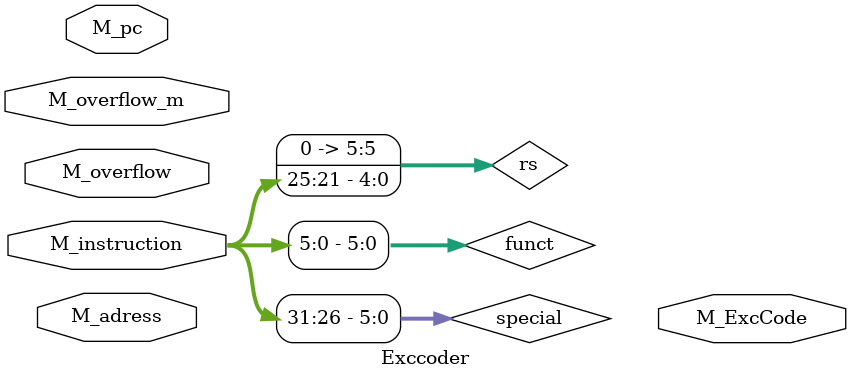
<source format=v>
`timescale 1ns / 1ps
`define R 6'b000000//special
`define ORI 6'b001101
`define LUI  6'b001111
`define LW 6'b100011
`define SW 6'b101011
`define BEQ 6'b000100
`define JAL 6'b000011
`define BNE 6'b000101
`define ADDI 6'b001000
`define ANDI 6'b001100
`define LB 6'b100000
`define LH 6'b100001
`define SB 6'b101000
`define SH 6'b101001
`define COP0 6'b010000

`define ADD_FUN 6'b100000 //funct
`define SUB_FUN 6'b100010
`define JR_FUN 6'b001000
`define OR_FUN 6'b100101
`define SLT_FUN 6'b101010
`define SLTU_FUN 6'b101011
`define AND_FUN 6'b100100
`define MULT_FUN 6'b011000
`define DIV_FUN 6'b011010
`define MULTU_FUN 6'b011001
`define DIVU_FUN 6'b011011
`define MFHI_FUN 6'b010000
`define MFLO_FUN 6'b010010
`define MTHI_FUN 6'b010001
`define MTLO_FUN 6'b010011
`define SYSCALL_FUN 6'b001100
`define ERET_FUN 6'b011000

`define MFC0_RS 5'b00000
`define MTC0_RS 5'b00100
module Exccoder(
	 input [31:0] M_pc,
    input [31:0] M_instruction,
    input [31:0] M_adress,
    input M_overflow,
    input M_overflow_m,
    output [4:0] M_ExcCode
    );

	wire [5:0] special;
	 wire [5:0] funct;
	 wire [5:0] rs;
	 assign special=M_instruction[31:26];
	 assign rs=M_instruction[25:21];
	 assign funct=M_instruction[5:0];
	 
	wire add,sub,ori,lui,lw,sw,beq,jal,orr,slt,sltu,bne,addi,andr,andi,lb,lh,sb,sh,mult,multu,div,divu,mfhi,mflo,mthi,mtlo,syscall,mfc0,mtc0,eret;
	 assign add=(special==`R&&funct==`ADD_FUN);
	 assign sub=(special==`R&&funct==`SUB_FUN);
	 assign ori=(special==`ORI);
	 assign lui=(special==`LUI);
	 assign lw=(special==`LW);
	 assign sw=(special==`SW);
	 assign beq=(special==`BEQ);
	 assign jal=(special==`JAL);
	 assign jr=(special==`R&&funct==`JR_FUN);
	 assign orr=(special==`R&&funct==`OR_FUN);
	 assign slt=(special==`R&&funct==`SLT_FUN);
	 assign sltu=(special==`R&&funct==`SLTU_FUN);
	 assign bne=(special==`BNE);
	 assign addi=(special==`ADDI);
	 assign andr=(special==`R&&funct==`AND_FUN);
	 assign andi=(special==`ANDI);
	 assign lb=(special==`LB);
	 assign lh=(special==`LH);
	 assign sb=(special==`SB);
	 assign sh=(special==`SH);
	  assign mult=(special==`R&&funct==`MULT_FUN);
	 assign div=(special==`R&&funct==`DIV_FUN);
	 assign multu=(special==`R&&funct==`MULTU_FUN);
	 assign divu=(special==`R&&funct==`DIVU_FUN);
	 assign mflo=(special==`R&&funct==`MFLO_FUN);
	 assign mfhi=(special==`R&&funct==`MFHI_FUN);
	 assign mtlo=(special==`R&&funct==`MTLO_FUN);
	 assign mthi=(special==`R&&funct==`MTHI_FUN);
	 assign syscall=(special==`R&&funct==`SYSCALL_FUN);
	 assign mfc0=(special==`COP0&&rs==`MFC0_RS);
	 assign mtc0=(special==`COP0&&rs==`MTC0_RS);
	 assign eret=(special==`COP0&&funct==`ERET_FUN);
	
	wire Int;wire AdEL;wire AdEL_pc;wire AdEL_load;wire AdES;wire Syscall;wire RI;wire Ov;wire M_overflow;

	assign AdEL_pc=(M_pc[1:0]!=2'b0||M_pc<32'h3000||M_pc>32'h6ffc);
	assign AdEL_load=(lw&&M_adress[1:0]!=2'b0)?1'b1:
														(lh&&M_adress[0]!=1'b0)?1'b1:
														((lh||lb)&&(M_adress>=32'h7f00&&M_adress<=32'h7f1b))?1'b1:
														((lw||lh||lb)&&(M_overflow_m))?1'b1:
														((lw||lh||lb)&&(M_adress>32'h7f23||(M_adress>32'h7f0b&&M_adress<32'h7f10)||(M_adress>32'h7f1b&&M_adress<32'h7f20)||(M_adress>32'h2fff&&32'h7f00)))?1'b1:
														1'b0;
	assign AdEL=AdEL_pc||AdEL_load;
	
	assign AdES=(sw&&M_adress[1:0]!=2'b0)?1'b1:
														(sh&&M_adress[0]!=1'b0)?1'b1:
														((sh||sb)&&(M_adress>=32'h7f00&&M_adress<=32'h7f1b))?1'b1:
														((sw||sh||sb)&&(M_overflow_m))?1'b1:
														((sw||sh||sb)&&(M_adress>32'h7f23||(M_adress>32'h7f0b&&M_adress<32'h7f10)||(M_adress>32'h7f1b&&M_adress<32'h7f20)||(M_adress>32'h2fff&&32'h7f00)))?1'b1:
														1'b0;
	
	assign RI=~(add||sub||ori||lui||lw||sw||beq||jal||orr||slt||sltu||bne||addi||andr||andi||lb||lh||sb||sh||mult||multu||div||divu||mfhi||mflo||mthi||mtlo);
	
	assign ExcCode=(Int)?5'b0:
												 (AdEL)?5'd4:
												 (AdES)?5'd5:
												 (syscall)?5'd8:
												 (RI)?5'd10:
												 (M_overflow)?5'd12:
												 5'd0;
endmodule

</source>
